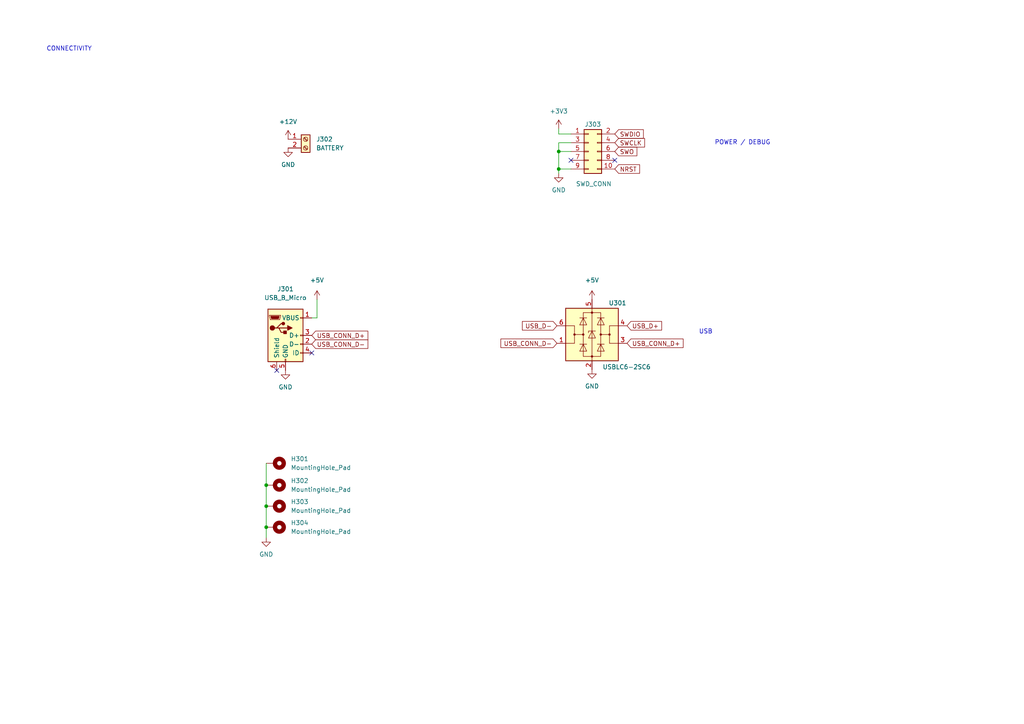
<source format=kicad_sch>
(kicad_sch (version 20211123) (generator eeschema)
  (paper "A4")
  (lib_symbols
    (symbol "Connector:Screw_Terminal_01x02" (pin_names (offset 1.016) hide)
      (property "Reference" "J" (at 0 2.54 0))
      (property "Value" "Screw_Terminal_01x02" (at 0 -5.08 0))
      (symbol "Screw_Terminal_01x02_1_1"
        (rectangle (start -1.27 1.27) (end 1.27 -3.81) (stroke (width 0.254)) (fill (type background)))
        (circle (center 0 -2.54) (radius 0.635) (stroke (width 0.1524)))
        (polyline (pts (xy -0.5334 -2.2098) (xy 0.3302 -3.048)) (stroke (width 0.1524)))
        (polyline (pts (xy -0.5334 0.3302) (xy 0.3302 -0.508)) (stroke (width 0.1524)))
        (polyline (pts (xy -0.3556 -2.032) (xy 0.508 -2.8702)) (stroke (width 0.1524)))
        (polyline (pts (xy -0.3556 0.508) (xy 0.508 -0.3302)) (stroke (width 0.1524)))
        (circle (center 0 0) (radius 0.635) (stroke (width 0.1524)))
        (pin passive line (at -5.08 0 0) (length 3.81) (name "Pin_1") (number "1"))
        (pin passive line (at -5.08 -2.54 0) (length 3.81) (name "Pin_2") (number "2"))
      )
    )
    (symbol "Connector:USB_B_Micro" (pin_names (offset 1.016))
      (property "Reference" "J" (at -5.08 11.43 0))
      (property "Value" "USB_B_Micro" (at -5.08 8.89 0))
      (symbol "USB_B_Micro_0_1"
        (rectangle (start -5.08 -7.62) (end 5.08 7.62) (stroke (width 0.254)) (fill (type background)))
        (circle (center -3.81 2.159) (radius 0.635) (stroke (width 0.254)) (fill (type outline)))
        (circle (center -0.635 3.429) (radius 0.381) (stroke (width 0.254)) (fill (type outline)))
        (rectangle (start -0.127 -7.62) (end 0.127 -6.858))
        (polyline (pts (xy -1.905 2.159) (xy 0.635 2.159)) (stroke (width 0.254)))
        (polyline (pts (xy -3.175 2.159) (xy -2.54 2.159) (xy -1.27 3.429) (xy -0.635 3.429)) (stroke (width 0.254)))
        (polyline (pts (xy -2.54 2.159) (xy -1.905 2.159) (xy -1.27 0.889) (xy 0 0.889)) (stroke (width 0.254)))
        (polyline (pts (xy 0.635 2.794) (xy 0.635 1.524) (xy 1.905 2.159) (xy 0.635 2.794)) (stroke (width 0.254)) (fill (type outline)))
        (polyline (pts (xy -4.318 5.588) (xy -1.778 5.588) (xy -2.032 4.826) (xy -4.064 4.826) (xy -4.318 5.588)) (fill (type outline)))
        (polyline (pts (xy -4.699 5.842) (xy -4.699 5.588) (xy -4.445 4.826) (xy -4.445 4.572) (xy -1.651 4.572) (xy -1.651 4.826) (xy -1.397 5.588) (xy -1.397 5.842) (xy -4.699 5.842)))
        (rectangle (start 0.254 1.27) (end -0.508 0.508) (stroke (width 0.254)) (fill (type outline)))
        (rectangle (start 5.08 -5.207) (end 4.318 -4.953))
        (rectangle (start 5.08 -2.667) (end 4.318 -2.413))
        (rectangle (start 5.08 -0.127) (end 4.318 0.127))
        (rectangle (start 5.08 4.953) (end 4.318 5.207))
      )
      (symbol "USB_B_Micro_1_1"
        (pin power_out line (at 7.62 5.08 180) (length 2.54) (name "VBUS") (number "1"))
        (pin bidirectional line (at 7.62 -2.54 180) (length 2.54) (name "D-") (number "2"))
        (pin bidirectional line (at 7.62 0 180) (length 2.54) (name "D+") (number "3"))
        (pin passive line (at 7.62 -5.08 180) (length 2.54) (name "ID") (number "4"))
        (pin power_out line (at 0 -10.16 90) (length 2.54) (name "GND") (number "5"))
        (pin passive line (at -2.54 -10.16 90) (length 2.54) (name "Shield") (number "6"))
      )
    )
    (symbol "Connector_Generic:Conn_02x05_Odd_Even" (pin_names (offset 1.016) hide)
      (property "Reference" "J" (at 1.27 7.62 0))
      (property "Value" "Conn_02x05_Odd_Even" (at 1.27 -7.62 0))
      (symbol "Conn_02x05_Odd_Even_1_1"
        (rectangle (start -1.27 -4.953) (end 0 -5.207) (stroke (width 0.1524)))
        (rectangle (start -1.27 -2.413) (end 0 -2.667) (stroke (width 0.1524)))
        (rectangle (start -1.27 0.127) (end 0 -0.127) (stroke (width 0.1524)))
        (rectangle (start -1.27 2.667) (end 0 2.413) (stroke (width 0.1524)))
        (rectangle (start -1.27 5.207) (end 0 4.953) (stroke (width 0.1524)))
        (rectangle (start -1.27 6.35) (end 3.81 -6.35) (stroke (width 0.254)) (fill (type background)))
        (rectangle (start 3.81 -4.953) (end 2.54 -5.207) (stroke (width 0.1524)))
        (rectangle (start 3.81 -2.413) (end 2.54 -2.667) (stroke (width 0.1524)))
        (rectangle (start 3.81 0.127) (end 2.54 -0.127) (stroke (width 0.1524)))
        (rectangle (start 3.81 2.667) (end 2.54 2.413) (stroke (width 0.1524)))
        (rectangle (start 3.81 5.207) (end 2.54 4.953) (stroke (width 0.1524)))
        (pin passive line (at -5.08 5.08 0) (length 3.81) (name "Pin_1") (number "1"))
        (pin passive line (at 7.62 -5.08 180) (length 3.81) (name "Pin_10") (number "10"))
        (pin passive line (at 7.62 5.08 180) (length 3.81) (name "Pin_2") (number "2"))
        (pin passive line (at -5.08 2.54 0) (length 3.81) (name "Pin_3") (number "3"))
        (pin passive line (at 7.62 2.54 180) (length 3.81) (name "Pin_4") (number "4"))
        (pin passive line (at -5.08 0 0) (length 3.81) (name "Pin_5") (number "5"))
        (pin passive line (at 7.62 0 180) (length 3.81) (name "Pin_6") (number "6"))
        (pin passive line (at -5.08 -2.54 0) (length 3.81) (name "Pin_7") (number "7"))
        (pin passive line (at 7.62 -2.54 180) (length 3.81) (name "Pin_8") (number "8"))
        (pin passive line (at -5.08 -5.08 0) (length 3.81) (name "Pin_9") (number "9"))
      )
    )
    (symbol "Mechanical:MountingHole_Pad" (pin_numbers hide) (pin_names (offset 1.016) hide)
      (property "Reference" "H" (at 0 6.35 0))
      (property "Value" "MountingHole_Pad" (at 0 4.445 0))
      (symbol "MountingHole_Pad_0_1"
        (circle (center 0 1.27) (radius 1.27) (stroke (width 1.27)))
      )
      (symbol "MountingHole_Pad_1_1"
        (pin input line (at 0 -2.54 90) (length 2.54) (name "1") (number "1"))
      )
    )
    (symbol "Power_Protection:USBLC6-2SC6" (pin_names hide)
      (property "Reference" "U" (at 2.54 8.89 0))
      (property "Value" "USBLC6-2SC6" (at 2.54 -8.89 0))
      (symbol "USBLC6-2SC6_0_1"
        (rectangle (start -7.62 -7.62) (end 7.62 7.62) (stroke (width 0.254)) (fill (type background)))
        (circle (center -5.08 0) (radius 0.254) (fill (type outline)))
        (circle (center -2.54 0) (radius 0.254) (fill (type outline)))
        (rectangle (start -2.54 6.35) (end 2.54 -6.35))
        (circle (center 0 -6.35) (radius 0.254) (fill (type outline)))
        (polyline (pts (xy -5.08 -2.54) (xy -7.62 -2.54)))
        (polyline (pts (xy -5.08 0) (xy -5.08 -2.54)))
        (polyline (pts (xy -5.08 2.54) (xy -7.62 2.54)))
        (polyline (pts (xy -1.524 -2.794) (xy -3.556 -2.794)))
        (polyline (pts (xy -1.524 4.826) (xy -3.556 4.826)))
        (polyline (pts (xy 0 -7.62) (xy 0 -6.35)))
        (polyline (pts (xy 0 -6.35) (xy 0 1.27)))
        (polyline (pts (xy 0 1.27) (xy 0 6.35)))
        (polyline (pts (xy 0 6.35) (xy 0 7.62)))
        (polyline (pts (xy 1.524 -2.794) (xy 3.556 -2.794)))
        (polyline (pts (xy 1.524 4.826) (xy 3.556 4.826)))
        (polyline (pts (xy 5.08 -2.54) (xy 7.62 -2.54)))
        (polyline (pts (xy 5.08 0) (xy 5.08 -2.54)))
        (polyline (pts (xy 5.08 2.54) (xy 7.62 2.54)))
        (polyline (pts (xy -2.54 0) (xy -5.08 0) (xy -5.08 2.54)))
        (polyline (pts (xy 2.54 0) (xy 5.08 0) (xy 5.08 2.54)))
        (polyline (pts (xy -3.556 -4.826) (xy -1.524 -4.826) (xy -2.54 -2.794) (xy -3.556 -4.826)))
        (polyline (pts (xy -3.556 2.794) (xy -1.524 2.794) (xy -2.54 4.826) (xy -3.556 2.794)))
        (polyline (pts (xy -1.016 -1.016) (xy 1.016 -1.016) (xy 0 1.016) (xy -1.016 -1.016)))
        (polyline (pts (xy 1.016 1.016) (xy 0.762 1.016) (xy -1.016 1.016) (xy -1.016 0.508)))
        (polyline (pts (xy 3.556 -4.826) (xy 1.524 -4.826) (xy 2.54 -2.794) (xy 3.556 -4.826)))
        (polyline (pts (xy 3.556 2.794) (xy 1.524 2.794) (xy 2.54 4.826) (xy 3.556 2.794)))
        (circle (center 0 6.35) (radius 0.254) (fill (type outline)))
        (circle (center 2.54 0) (radius 0.254) (fill (type outline)))
        (circle (center 5.08 0) (radius 0.254) (fill (type outline)))
      )
      (symbol "USBLC6-2SC6_1_1"
        (pin passive line (at -10.16 -2.54 0) (length 2.54) (name "I/O1") (number "1"))
        (pin passive line (at 0 -10.16 90) (length 2.54) (name "GND") (number "2"))
        (pin passive line (at 10.16 -2.54 180) (length 2.54) (name "I/O2") (number "3"))
        (pin passive line (at 10.16 2.54 180) (length 2.54) (name "I/O2") (number "4"))
        (pin passive line (at 0 10.16 270) (length 2.54) (name "VBUS") (number "5"))
        (pin passive line (at -10.16 2.54 0) (length 2.54) (name "I/O1") (number "6"))
      )
    )
    (symbol "power:+12V" (power) (pin_names (offset 0))
      (property "Value" "+12V" (at 0 3.556 0))
      (symbol "+12V_0_1"
        (polyline (pts (xy -0.762 1.27) (xy 0 2.54)))
        (polyline (pts (xy 0 0) (xy 0 2.54)))
        (polyline (pts (xy 0 2.54) (xy 0.762 1.27)))
      )
      (symbol "+12V_1_1"
        (pin power_in line (at 0 0 90) (length 0) hide (name "+12V") (number "1"))
      )
    )
    (symbol "power:+3.3V" (power) (pin_names (offset 0))
      (property "Value" "+3.3V" (at 0 3.556 0))
      (symbol "+3.3V_0_1"
        (polyline (pts (xy -0.762 1.27) (xy 0 2.54)))
        (polyline (pts (xy 0 0) (xy 0 2.54)))
        (polyline (pts (xy 0 2.54) (xy 0.762 1.27)))
      )
      (symbol "+3.3V_1_1"
        (pin power_in line (at 0 0 90) (length 0) hide (name "+3V3") (number "1"))
      )
    )
    (symbol "power:+5V" (power) (pin_names (offset 0))
      (property "Value" "+5V" (at 0 3.556 0))
      (symbol "+5V_0_1"
        (polyline (pts (xy -0.762 1.27) (xy 0 2.54)))
        (polyline (pts (xy 0 0) (xy 0 2.54)))
        (polyline (pts (xy 0 2.54) (xy 0.762 1.27)))
      )
      (symbol "+5V_1_1"
        (pin power_in line (at 0 0 90) (length 0) hide (name "+5V") (number "1"))
      )
    )
    (symbol "power:GND" (power) (pin_names (offset 0))
      (property "Value" "GND" (at 0 -3.81 0))
      (symbol "GND_0_1"
        (polyline (pts (xy 0 0) (xy 0 -1.27) (xy 1.27 -1.27) (xy 0 -2.54) (xy -1.27 -1.27) (xy 0 -1.27)))
      )
      (symbol "GND_1_1"
        (pin power_in line (at 0 0 270) (length 0) hide (name "GND") (number "1"))
      )
    )
  )
  (junction (at 77.216 146.812))
  (junction (at 162.052 43.942))
  (junction (at 162.052 49.022))
  (junction (at 77.216 140.716))
  (junction (at 77.216 152.908))
  (no_connect (at 178.308 46.482))
  (no_connect (at 165.608 46.482))
  (no_connect (at 90.424 102.362))
  (no_connect (at 80.264 107.442))
  (wire (pts (xy 162.052 50.292) (xy 162.052 49.022)))
  (wire (pts (xy 77.216 146.812) (xy 77.216 152.908)))
  (wire (pts (xy 162.052 38.862) (xy 165.608 38.862)))
  (wire (pts (xy 91.948 92.202) (xy 91.948 86.868)))
  (wire (pts (xy 77.216 152.908) (xy 77.216 155.956)))
  (wire (pts (xy 165.608 43.942) (xy 162.052 43.942)))
  (wire (pts (xy 90.424 92.202) (xy 91.948 92.202)))
  (wire (pts (xy 162.052 41.402) (xy 162.052 43.942)))
  (wire (pts (xy 162.052 49.022) (xy 165.608 49.022)))
  (wire (pts (xy 165.608 41.402) (xy 162.052 41.402)))
  (wire (pts (xy 77.216 134.366) (xy 77.216 140.716)))
  (wire (pts (xy 162.052 37.338) (xy 162.052 38.862)))
  (wire (pts (xy 162.052 43.942) (xy 162.052 49.022)))
  (wire (pts (xy 77.216 140.716) (xy 77.216 146.812)))
  (text "POWER / DEBUG\n" (at 207.264 42.164 0) (effects (font (size 1.27 1.27)) (justify left bottom)))
  (text "USB\n" (at 202.692 97.028 0) (effects (font (size 1.27 1.27)) (justify left bottom)))
  (text "CONNECTIVITY\n" (at 13.462 14.986 0) (effects (font (size 1.27 1.27)) (justify left bottom)))
  (global_label "SWDIO" (shape input) (at 178.308 38.862 0) (property "Intersheet References" "${INTERSHEET_REFS}" (effects hide)))
  (global_label "NRST" (shape input) (at 178.308 49.022 0) (property "Intersheet References" "${INTERSHEET_REFS}" (effects hide)))
  (global_label "USB_D-" (shape input) (at 161.544 94.488 180) (property "Intersheet References" "${INTERSHEET_REFS}" (effects hide)))
  (global_label "USB_CONN_D+" (shape input) (at 181.864 99.568 0) (property "Intersheet References" "${INTERSHEET_REFS}" (effects hide)))
  (global_label "USB_CONN_D-" (shape input) (at 90.424 99.822 0) (property "Intersheet References" "${INTERSHEET_REFS}" (effects hide)))
  (global_label "USB_CONN_D-" (shape input) (at 161.544 99.568 180) (property "Intersheet References" "${INTERSHEET_REFS}" (effects hide)))
  (global_label "SWO" (shape input) (at 178.308 43.942 0) (property "Intersheet References" "${INTERSHEET_REFS}" (effects hide)))
  (global_label "SWCLK" (shape input) (at 178.308 41.402 0) (property "Intersheet References" "${INTERSHEET_REFS}" (effects hide)))
  (global_label "USB_CONN_D+" (shape input) (at 90.424 97.282 0) (property "Intersheet References" "${INTERSHEET_REFS}" (effects hide)))
  (global_label "USB_D+" (shape input) (at 181.864 94.488 0) (property "Intersheet References" "${INTERSHEET_REFS}" (effects hide)))
  (symbol (lib_id "power:+3.3V") (at 162.052 37.338 0) (unit 1)
    (property "Reference" "#PWR0311" (effects hide))
    (property "Value" "+3.3V" (at 162.052 32.258 0))
  )
  (symbol (lib_id "power:+12V") (at 83.566 40.386 0) (unit 1)
    (property "Reference" "#PWR0308" (effects hide))
    (property "Value" "+12V" (at 83.566 35.306 0))
  )
  (symbol (lib_id "power:GND") (at 82.804 107.442 0) (unit 1)
    (property "Reference" "#PWR0307" (effects hide))
    (property "Value" "GND" (at 82.804 112.268 0))
  )
  (symbol (lib_id "Mechanical:MountingHole_Pad") (at 79.756 152.908 270) (unit 1)
    (property "Reference" "H304" (at 84.328 151.6379 90) (effects (justify left)))
    (property "Value" "MountingHole_Pad" (at 84.328 154.1779 90) (effects (justify left)))
    (property "Footprint" "MountingHole:MountingHole_3.2mm_M3" (effects hide))
  )
  (symbol (lib_id "power:+5V") (at 91.948 86.868 0) (unit 1)
    (property "Reference" "#PWR0310" (effects hide))
    (property "Value" "+5V" (at 91.948 81.28 0))
  )
  (symbol (lib_id "Power_Protection:USBLC6-2SC6") (at 171.704 97.028 0) (unit 1)
    (property "Reference" "U301" (at 176.53 87.884 0) (effects (justify left)))
    (property "Value" "USBLC6-2SC6" (at 174.752 106.426 0) (effects (justify left)))
    (property "Footprint" "Package_TO_SOT_SMD:SOT-23-6" (effects hide))
    (property "Datasheet" "https://www.st.com/resource/en/datasheet/usblc6-2.pdf" (effects hide))
    (property "LCSC Part #" "C2827654" (effects hide))
  )
  (symbol (lib_id "Connector:USB_B_Micro") (at 82.804 97.282 0) (unit 1)
    (property "Reference" "J301" (at 82.804 83.82 0))
    (property "Value" "USB_B_Micro" (at 82.804 86.36 0))
    (property "Footprint" "Connector_USB:USB_Micro-B_Molex-105017-0001" (effects hide))
  )
  (symbol (lib_id "power:GND") (at 171.704 107.188 0) (unit 1)
    (property "Reference" "#PWR0314" (effects hide))
    (property "Value" "GND" (at 171.704 112.014 0))
  )
  (symbol (lib_id "power:GND") (at 162.052 50.292 0) (unit 1)
    (property "Reference" "#PWR0312" (effects hide))
    (property "Value" "GND" (at 162.052 55.118 0))
  )
  (symbol (lib_id "Mechanical:MountingHole_Pad") (at 79.756 134.366 270) (unit 1)
    (property "Reference" "H301" (at 84.328 133.0959 90) (effects (justify left)))
    (property "Value" "MountingHole_Pad" (at 84.328 135.6359 90) (effects (justify left)))
    (property "Footprint" "MountingHole:MountingHole_3.2mm_M3" (effects hide))
  )
  (symbol (lib_id "power:GND") (at 83.566 42.926 0) (unit 1)
    (property "Reference" "#PWR0309" (effects hide))
    (property "Value" "GND" (at 83.566 47.752 0))
  )
  (symbol (lib_id "power:GND") (at 77.216 155.956 0) (unit 1)
    (property "Reference" "#PWR0306" (effects hide))
    (property "Value" "GND" (at 77.216 160.782 0))
  )
  (symbol (lib_id "power:+5V") (at 171.704 86.868 0) (unit 1)
    (property "Reference" "#PWR0313" (effects hide))
    (property "Value" "+5V" (at 171.704 81.28 0))
  )
  (symbol (lib_id "Connector:Screw_Terminal_01x02") (at 88.646 40.386 0) (unit 1)
    (property "Reference" "J302" (at 91.694 40.3859 0) (effects (justify left)))
    (property "Value" "BATTERY" (at 91.694 42.9259 0) (effects (justify left)))
    (property "Footprint" "Connector_PinHeader_1.00mm:PinHeader_1x02_P1.00mm_Vertical" (effects hide))
  )
  (symbol (lib_id "Mechanical:MountingHole_Pad") (at 79.756 146.812 270) (unit 1)
    (property "Reference" "H303" (at 84.328 145.5419 90) (effects (justify left)))
    (property "Value" "MountingHole_Pad" (at 84.328 148.0819 90) (effects (justify left)))
    (property "Footprint" "MountingHole:MountingHole_3.2mm_M3" (effects hide))
  )
  (symbol (lib_id "Mechanical:MountingHole_Pad") (at 79.756 140.716 270) (unit 1)
    (property "Reference" "H302" (at 84.328 139.4459 90) (effects (justify left)))
    (property "Value" "MountingHole_Pad" (at 84.328 141.9859 90) (effects (justify left)))
    (property "Footprint" "MountingHole:MountingHole_3.2mm_M3" (effects hide))
  )
  (symbol (lib_id "Connector_Generic:Conn_02x05_Odd_Even") (at 170.688 43.942 0) (unit 1)
    (property "Reference" "J303" (at 171.958 36.068 0))
    (property "Value" "SWD_CONN" (at 172.212 53.34 0))
    (property "Footprint" "Connector_PinHeader_1.27mm:PinHeader_2x05_P1.27mm_Vertical_SMD" (effects hide))
  )
)
</source>
